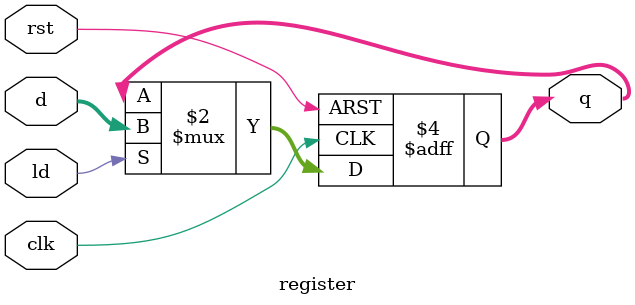
<source format=v>
module register(
    input clk,
    input rst,
    input [15:0] d,
    input ld,
    output reg [15:0] q
);
always @(posedge clk or posedge rst ) begin
    if(rst) q <= 8'b00000000;
    else if(ld) q <= d;
end
endmodule
</source>
